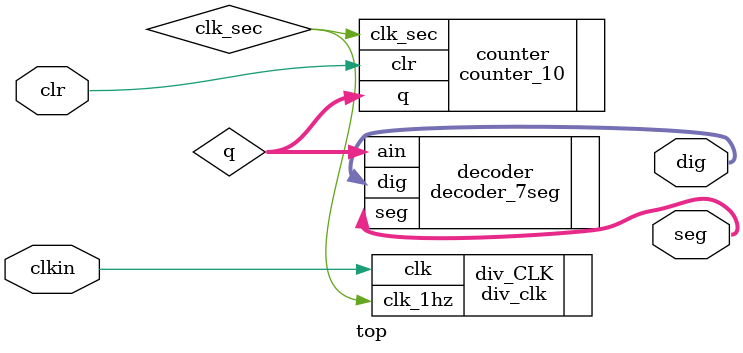
<source format=v>
`timescale 1ns / 1ps


module top(
input clkin,
input clr,
output[7:0] seg,
output[5:0] dig
    );
    wire[3:0] q;
    wire clk_sec;
    div_clk div_CLK(.clk(clkin),.clk_1hz(clk_sec));
    counter_10 counter(.clr(clr),.clk_sec(clk_sec),.q(q));
    decoder_7seg decoder(.ain(q),.seg(seg),.dig(dig));
endmodule

</source>
